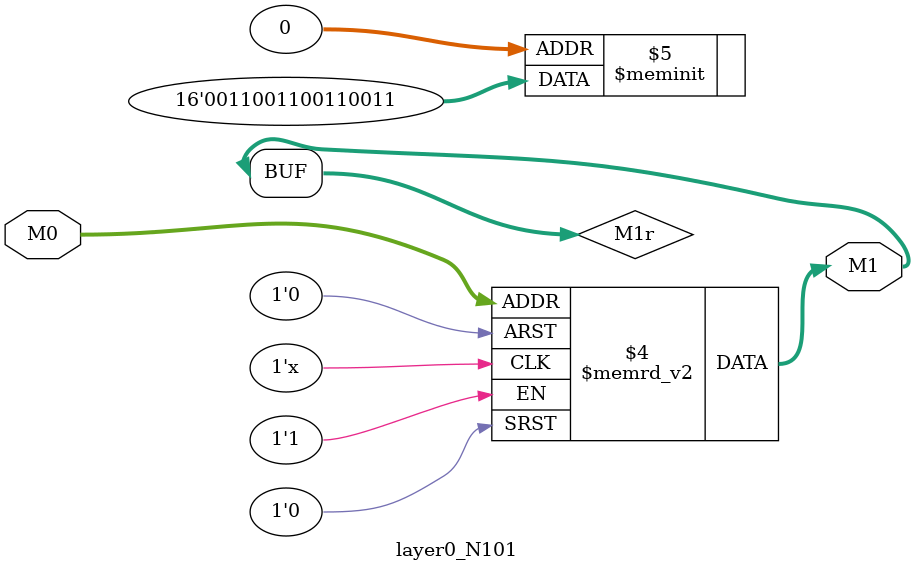
<source format=v>
module layer0_N101 ( input [2:0] M0, output [1:0] M1 );

	(*rom_style = "distributed" *) reg [1:0] M1r;
	assign M1 = M1r;
	always @ (M0) begin
		case (M0)
			3'b000: M1r = 2'b11;
			3'b100: M1r = 2'b11;
			3'b010: M1r = 2'b11;
			3'b110: M1r = 2'b11;
			3'b001: M1r = 2'b00;
			3'b101: M1r = 2'b00;
			3'b011: M1r = 2'b00;
			3'b111: M1r = 2'b00;

		endcase
	end
endmodule

</source>
